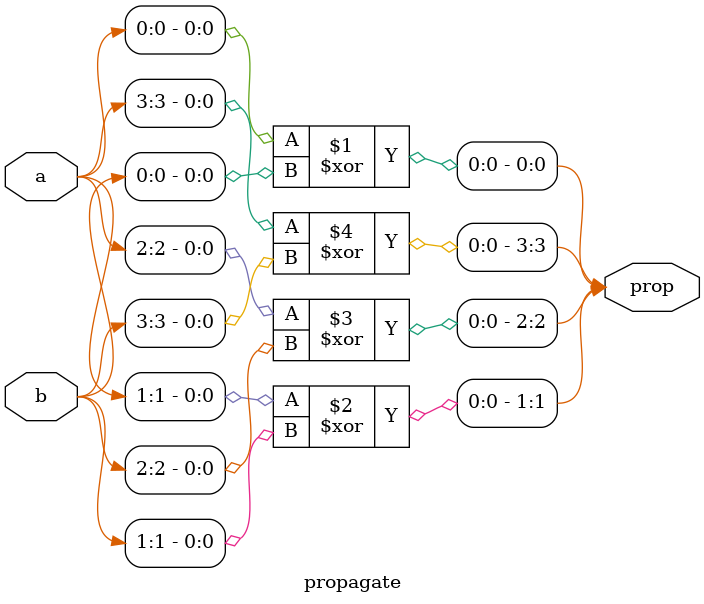
<source format=v>
`timescale 1ns / 1ps
module propagate(prop,a,b);

input[3:0] a,b;
output[3:0] prop;

genvar i;

generate for (i=0;i<4;i=i+1) begin:bit 
			assign prop[i] = a[i]^b[i];
		end
endgenerate

endmodule

</source>
